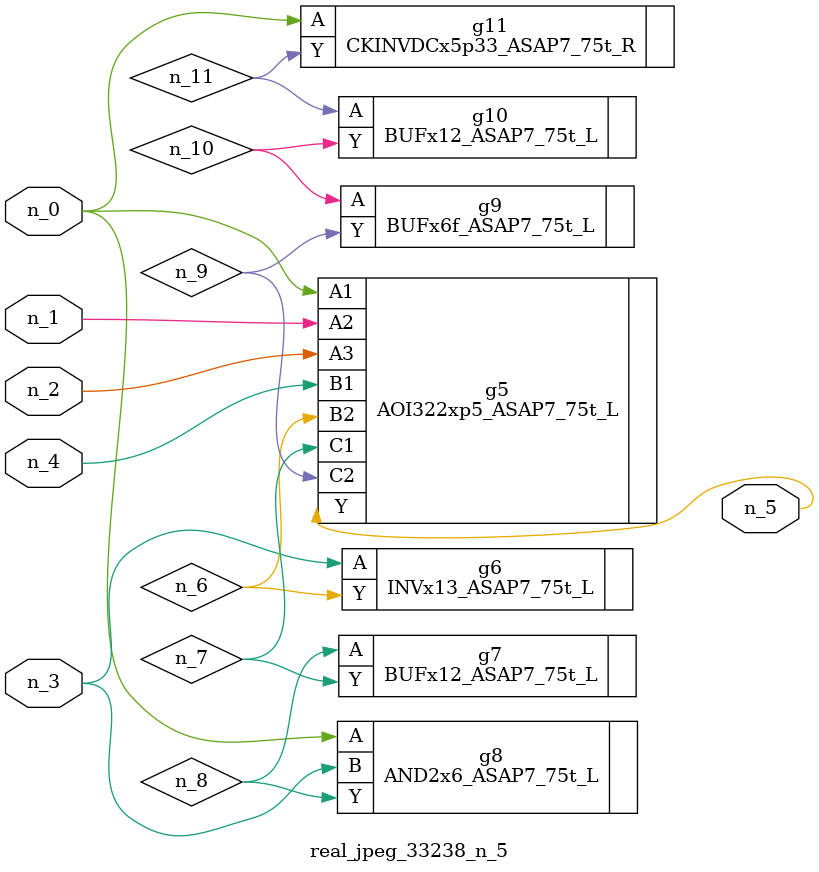
<source format=v>
module real_jpeg_33238_n_5 (n_4, n_0, n_1, n_2, n_3, n_5);

input n_4;
input n_0;
input n_1;
input n_2;
input n_3;

output n_5;

wire n_8;
wire n_11;
wire n_6;
wire n_7;
wire n_10;
wire n_9;

AOI322xp5_ASAP7_75t_L g5 ( 
.A1(n_0),
.A2(n_1),
.A3(n_2),
.B1(n_4),
.B2(n_6),
.C1(n_7),
.C2(n_9),
.Y(n_5)
);

AND2x6_ASAP7_75t_L g8 ( 
.A(n_0),
.B(n_3),
.Y(n_8)
);

CKINVDCx5p33_ASAP7_75t_R g11 ( 
.A(n_0),
.Y(n_11)
);

INVx13_ASAP7_75t_L g6 ( 
.A(n_3),
.Y(n_6)
);

BUFx12_ASAP7_75t_L g7 ( 
.A(n_8),
.Y(n_7)
);

BUFx6f_ASAP7_75t_L g9 ( 
.A(n_10),
.Y(n_9)
);

BUFx12_ASAP7_75t_L g10 ( 
.A(n_11),
.Y(n_10)
);


endmodule
</source>
